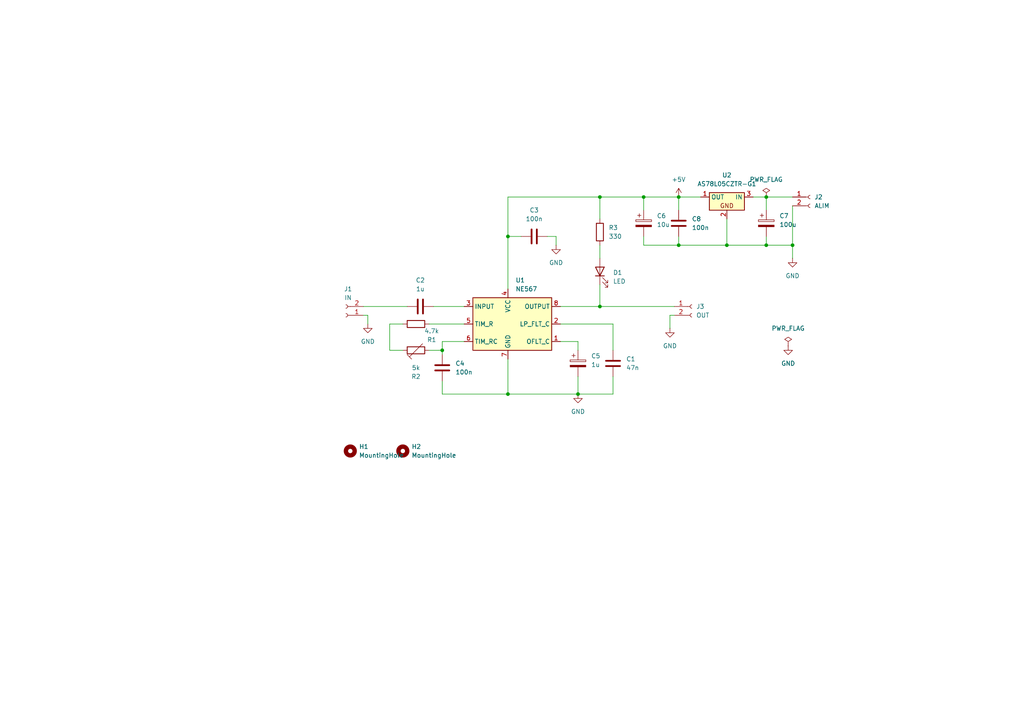
<source format=kicad_sch>
(kicad_sch (version 20231120) (generator "eeschema") (generator_version "8.0")
  (paper "A4")
  (lib_symbols
    (symbol "Connector:Conn_01x02_Socket" (pin_names (offset 1.016) hide)
      (property "Reference" "J" (at 0 2.54 0))
      (property "Value" "Conn_01x02_Socket" (at 0 -5.08 0))
      (symbol "Conn_01x02_Socket_1_1"
        (arc (start 0 -2.032) (mid -0.5058 -2.54) (end 0 -3.048) (stroke (width 0.1524)))
        (polyline (pts (xy -1.27 -2.54) (xy -0.508 -2.54)) (stroke (width 0.1524)))
        (polyline (pts (xy -1.27 0) (xy -0.508 0)) (stroke (width 0.1524)))
        (arc (start 0 0.508) (mid -0.5058 0) (end 0 -0.508) (stroke (width 0.1524)))
        (pin passive line (at -5.08 0 0) (length 3.81) (name "Pin_1") (number "1"))
        (pin passive line (at -5.08 -2.54 0) (length 3.81) (name "Pin_2") (number "2"))
      )
    )
    (symbol "Device:C" (pin_numbers hide) (pin_names (offset 0.254))
      (property "Reference" "C" (at 0.635 2.54 0))
      (property "Value" "C" (at 0.635 -2.54 0))
      (symbol "C_0_1"
        (polyline (pts (xy -2.032 -0.762) (xy 2.032 -0.762)) (stroke (width 0.508)))
        (polyline (pts (xy -2.032 0.762) (xy 2.032 0.762)) (stroke (width 0.508)))
      )
      (symbol "C_1_1"
        (pin passive line (at 0 3.81 270) (length 2.794) (name "~") (number "1"))
        (pin passive line (at 0 -3.81 90) (length 2.794) (name "~") (number "2"))
      )
    )
    (symbol "Device:C_Polarized" (pin_numbers hide) (pin_names (offset 0.254))
      (property "Reference" "C" (at 0.635 2.54 0))
      (property "Value" "C_Polarized" (at 0.635 -2.54 0))
      (symbol "C_Polarized_0_1"
        (rectangle (start -2.286 0.508) (end 2.286 1.016))
        (polyline (pts (xy -1.778 2.286) (xy -0.762 2.286)))
        (polyline (pts (xy -1.27 2.794) (xy -1.27 1.778)))
        (rectangle (start 2.286 -0.508) (end -2.286 -1.016) (fill (type outline)))
      )
      (symbol "C_Polarized_1_1"
        (pin passive line (at 0 3.81 270) (length 2.794) (name "~") (number "1"))
        (pin passive line (at 0 -3.81 90) (length 2.794) (name "~") (number "2"))
      )
    )
    (symbol "Device:LED" (pin_numbers hide) (pin_names (offset 1.016) hide)
      (property "Reference" "D" (at 0 2.54 0))
      (property "Value" "LED" (at 0 -2.54 0))
      (symbol "LED_0_1"
        (polyline (pts (xy -1.27 -1.27) (xy -1.27 1.27)) (stroke (width 0.254)))
        (polyline (pts (xy -1.27 0) (xy 1.27 0)))
        (polyline (pts (xy 1.27 -1.27) (xy 1.27 1.27) (xy -1.27 0) (xy 1.27 -1.27)) (stroke (width 0.254)))
        (polyline (pts (xy -3.048 -0.762) (xy -4.572 -2.286) (xy -3.81 -2.286) (xy -4.572 -2.286) (xy -4.572 -1.524)))
        (polyline (pts (xy -1.778 -0.762) (xy -3.302 -2.286) (xy -2.54 -2.286) (xy -3.302 -2.286) (xy -3.302 -1.524)))
      )
      (symbol "LED_1_1"
        (pin passive line (at -3.81 0 0) (length 2.54) (name "K") (number "1"))
        (pin passive line (at 3.81 0 180) (length 2.54) (name "A") (number "2"))
      )
    )
    (symbol "Device:R" (pin_numbers hide) (pin_names (offset 0))
      (property "Reference" "R" (at 2.032 0 90))
      (property "Value" "R" (at 0 0 90))
      (symbol "R_0_1"
        (rectangle (start -1.016 -2.54) (end 1.016 2.54) (stroke (width 0.254)))
      )
      (symbol "R_1_1"
        (pin passive line (at 0 3.81 270) (length 1.27) (name "~") (number "1"))
        (pin passive line (at 0 -3.81 90) (length 1.27) (name "~") (number "2"))
      )
    )
    (symbol "Device:R_Trim" (pin_numbers hide) (pin_names (offset 0))
      (property "Reference" "R" (at 2.54 -2.54 90))
      (property "Value" "R_Trim" (at -2.54 -0.635 90))
      (symbol "R_Trim_0_1"
        (rectangle (start -1.016 -2.54) (end 1.016 2.54) (stroke (width 0.254)))
        (polyline (pts (xy -1.905 -1.905) (xy 1.905 1.905) (xy 2.54 1.27) (xy 1.27 2.54)))
      )
      (symbol "R_Trim_1_1"
        (pin passive line (at 0 3.81 270) (length 1.27) (name "~") (number "1"))
        (pin passive line (at 0 -3.81 90) (length 1.27) (name "~") (number "2"))
      )
    )
    (symbol "Mechanical:MountingHole" (pin_names (offset 1.016)) (exclude_from_sim yes) (in_bom no)
      (property "Reference" "H" (at 0 5.08 0))
      (property "Value" "MountingHole" (at 0 3.175 0))
      (symbol "MountingHole_0_1"
        (circle (center 0 0) (radius 1.27) (stroke (width 1.27)))
      )
    )
    (symbol "PCM_Voltage_Regulator_AKL:AS78L05CZTR-G1"
      (property "Reference" "U" (at 0 6.35 0))
      (property "Value" "AS78L05CZTR-G1" (at 0 3.81 0))
      (symbol "AS78L05CZTR-G1_0_0"
        (rectangle (start -5.08 1.27) (end 5.08 -3.81) (stroke (width 0.254)) (fill (type background)))
        (text "GND" (at 0 -2.54 0) (effects (font (size 1.27 1.27))))
      )
      (symbol "AS78L05CZTR-G1_1_1"
        (pin power_out line (at 7.62 0 180) (length 2.54) (name "OUT") (number "1"))
        (pin power_in line (at 0 -6.35 90) (length 2.54) (name "~") (number "2"))
        (pin power_in line (at -7.62 0 0) (length 2.54) (name "IN") (number "3"))
      )
    )
    (symbol "Timer:NE567"
      (property "Reference" "U" (at -2.54 10.795 0))
      (property "Value" "NE567" (at -2.54 8.89 0))
      (symbol "NE567_0_1"
        (rectangle (start -10.16 7.62) (end 12.7 -7.62) (stroke (width 0.254)) (fill (type background)))
      )
      (symbol "NE567_1_1"
        (pin output line (at 15.24 -5.08 180) (length 2.54) (name "OFLT_C") (number "1"))
        (pin output line (at 15.24 0 180) (length 2.54) (name "LP_FLT_C") (number "2"))
        (pin input line (at -12.7 5.08 0) (length 2.54) (name "INPUT") (number "3"))
        (pin power_in line (at 0 10.16 270) (length 2.54) (name "VCC") (number "4"))
        (pin input line (at -12.7 0 0) (length 2.54) (name "TIM_R") (number "5"))
        (pin input line (at -12.7 -5.08 0) (length 2.54) (name "TIM_RC") (number "6"))
        (pin power_in line (at 0 -10.16 90) (length 2.54) (name "GND") (number "7"))
        (pin output line (at 15.24 5.08 180) (length 2.54) (name "OUTPUT") (number "8"))
      )
    )
    (symbol "power:+5V" (power) (pin_numbers hide) (pin_names (offset 0) hide)
      (property "Value" "+5V" (at 0 3.556 0))
      (symbol "+5V_0_1"
        (polyline (pts (xy -0.762 1.27) (xy 0 2.54)))
        (polyline (pts (xy 0 0) (xy 0 2.54)))
        (polyline (pts (xy 0 2.54) (xy 0.762 1.27)))
      )
      (symbol "+5V_1_1"
        (pin power_in line (at 0 0 90) (length 0) (name "~") (number "1"))
      )
    )
    (symbol "power:GND" (power) (pin_numbers hide) (pin_names (offset 0) hide)
      (property "Value" "GND" (at 0 -3.81 0))
      (symbol "GND_0_1"
        (polyline (pts (xy 0 0) (xy 0 -1.27) (xy 1.27 -1.27) (xy 0 -2.54) (xy -1.27 -1.27) (xy 0 -1.27)))
      )
      (symbol "GND_1_1"
        (pin power_in line (at 0 0 270) (length 0) (name "~") (number "1"))
      )
    )
    (symbol "power:PWR_FLAG" (power) (pin_numbers hide) (pin_names (offset 0) hide)
      (property "Value" "PWR_FLAG" (at 0 3.81 0))
      (symbol "PWR_FLAG_0_0"
        (pin power_out line (at 0 0 90) (length 0) (name "~") (number "1"))
      )
      (symbol "PWR_FLAG_0_1"
        (polyline (pts (xy 0 0) (xy 0 1.27) (xy -1.016 1.905) (xy 0 2.54) (xy 1.016 1.905) (xy 0 1.27)))
      )
    )
  )
  (junction (at 210.82 71.12))
  (junction (at 222.25 57.15))
  (junction (at 229.87 71.12))
  (junction (at 186.69 57.15))
  (junction (at 173.99 57.15))
  (junction (at 128.27 101.6))
  (junction (at 147.32 68.58))
  (junction (at 196.85 71.12))
  (junction (at 196.85 57.15))
  (junction (at 167.64 114.3))
  (junction (at 173.99 88.9))
  (junction (at 147.32 114.3))
  (junction (at 222.25 71.12))
  (wire (pts (xy 186.69 68.58) (xy 186.69 71.12)))
  (wire (pts (xy 218.44 57.15) (xy 222.25 57.15)))
  (wire (pts (xy 162.56 88.9) (xy 173.99 88.9)))
  (wire (pts (xy 147.32 68.58) (xy 147.32 57.15)))
  (wire (pts (xy 210.82 63.5) (xy 210.82 71.12)))
  (wire (pts (xy 128.27 99.06) (xy 128.27 101.6)))
  (wire (pts (xy 229.87 74.93) (xy 229.87 71.12)))
  (wire (pts (xy 173.99 88.9) (xy 195.58 88.9)))
  (wire (pts (xy 186.69 60.96) (xy 186.69 57.15)))
  (wire (pts (xy 147.32 83.82) (xy 147.32 68.58)))
  (wire (pts (xy 113.03 93.98) (xy 113.03 101.6)))
  (wire (pts (xy 210.82 71.12) (xy 222.25 71.12)))
  (wire (pts (xy 147.32 57.15) (xy 173.99 57.15)))
  (wire (pts (xy 222.25 71.12) (xy 229.87 71.12)))
  (wire (pts (xy 229.87 71.12) (xy 229.87 59.69)))
  (wire (pts (xy 124.46 93.98) (xy 134.62 93.98)))
  (wire (pts (xy 222.25 60.96) (xy 222.25 57.15)))
  (wire (pts (xy 113.03 101.6) (xy 116.84 101.6)))
  (wire (pts (xy 124.46 101.6) (xy 128.27 101.6)))
  (wire (pts (xy 177.8 114.3) (xy 167.64 114.3)))
  (wire (pts (xy 203.2 57.15) (xy 196.85 57.15)))
  (wire (pts (xy 161.29 68.58) (xy 161.29 71.12)))
  (wire (pts (xy 147.32 68.58) (xy 151.13 68.58)))
  (wire (pts (xy 128.27 101.6) (xy 128.27 102.87)))
  (wire (pts (xy 186.69 57.15) (xy 196.85 57.15)))
  (wire (pts (xy 106.68 91.44) (xy 105.41 91.44)))
  (wire (pts (xy 147.32 114.3) (xy 167.64 114.3)))
  (wire (pts (xy 128.27 114.3) (xy 128.27 110.49)))
  (wire (pts (xy 196.85 71.12) (xy 210.82 71.12)))
  (wire (pts (xy 116.84 93.98) (xy 113.03 93.98)))
  (wire (pts (xy 186.69 71.12) (xy 196.85 71.12)))
  (wire (pts (xy 134.62 99.06) (xy 128.27 99.06)))
  (wire (pts (xy 173.99 63.5) (xy 173.99 57.15)))
  (wire (pts (xy 194.31 95.25) (xy 194.31 91.44)))
  (wire (pts (xy 147.32 104.14) (xy 147.32 114.3)))
  (wire (pts (xy 167.64 114.3) (xy 167.64 109.22)))
  (wire (pts (xy 196.85 68.58) (xy 196.85 71.12)))
  (wire (pts (xy 177.8 93.98) (xy 162.56 93.98)))
  (wire (pts (xy 106.68 93.98) (xy 106.68 91.44)))
  (wire (pts (xy 222.25 57.15) (xy 229.87 57.15)))
  (wire (pts (xy 167.64 101.6) (xy 167.64 99.06)))
  (wire (pts (xy 173.99 88.9) (xy 173.99 82.55)))
  (wire (pts (xy 158.75 68.58) (xy 161.29 68.58)))
  (wire (pts (xy 222.25 68.58) (xy 222.25 71.12)))
  (wire (pts (xy 173.99 71.12) (xy 173.99 74.93)))
  (wire (pts (xy 167.64 99.06) (xy 162.56 99.06)))
  (wire (pts (xy 128.27 114.3) (xy 147.32 114.3)))
  (wire (pts (xy 177.8 109.22) (xy 177.8 114.3)))
  (wire (pts (xy 194.31 91.44) (xy 195.58 91.44)))
  (wire (pts (xy 125.73 88.9) (xy 134.62 88.9)))
  (wire (pts (xy 105.41 88.9) (xy 118.11 88.9)))
  (wire (pts (xy 177.8 101.6) (xy 177.8 93.98)))
  (wire (pts (xy 196.85 60.96) (xy 196.85 57.15)))
  (wire (pts (xy 173.99 57.15) (xy 186.69 57.15)))
  (symbol (lib_id "Connector:Conn_01x02_Socket") (at 200.66 88.9 0) (unit 1)
    (property "Reference" "J3" (at 201.93 88.8999 0) (effects (justify left)))
    (property "Value" "OUT" (at 201.93 91.4399 0) (effects (justify left)))
    (property "Footprint" "Connector_PinHeader_2.54mm:PinHeader_1x02_P2.54mm_Vertical" (effects (hide yes)))
    (property "Description" "Generic connector, single row, 01x02, script generated" (effects (hide yes)))
  )
  (symbol (lib_id "power:GND") (at 229.87 74.93 0) (unit 1)
    (property "Reference" "#PWR06" (effects (hide yes)))
    (property "Value" "GND" (at 229.87 80.01 0))
    (property "Description" "Power symbol creates a global label with name \"GND\" , ground" (effects (hide yes)))
  )
  (symbol (lib_id "power:PWR_FLAG") (at 222.25 57.15 0) (unit 1)
    (property "Reference" "#FLG01" (effects (hide yes)))
    (property "Value" "PWR_FLAG" (at 222.25 52.07 0))
    (property "Description" "Special symbol for telling ERC where power comes from" (effects (hide yes)))
  )
  (symbol (lib_id "Connector:Conn_01x02_Socket") (at 234.95 57.15 0) (unit 1)
    (property "Reference" "J2" (at 236.22 57.1499 0) (effects (justify left)))
    (property "Value" "ALIM" (at 236.22 59.6899 0) (effects (justify left)))
    (property "Footprint" "Connector_PinHeader_2.54mm:PinHeader_1x02_P2.54mm_Vertical" (effects (hide yes)))
    (property "Description" "Generic connector, single row, 01x02, script generated" (effects (hide yes)))
  )
  (symbol (lib_id "Device:C_Polarized") (at 186.69 64.77 0) (unit 1)
    (property "Reference" "C6" (at 190.5 62.6109 0) (effects (justify left)))
    (property "Value" "10u" (at 190.5 65.1509 0) (effects (justify left)))
    (property "Footprint" "Capacitor_THT:CP_Radial_D8.0mm_P3.50mm" (effects (hide yes)))
    (property "Description" "Polarized capacitor" (effects (hide yes)))
  )
  (symbol (lib_id "power:GND") (at 194.31 95.25 0) (unit 1)
    (property "Reference" "#PWR07" (effects (hide yes)))
    (property "Value" "GND" (at 194.31 100.33 0))
    (property "Description" "Power symbol creates a global label with name \"GND\" , ground" (effects (hide yes)))
  )
  (symbol (lib_id "Connector:Conn_01x02_Socket") (at 100.33 91.44 180) (unit 1)
    (property "Reference" "J1" (at 100.965 83.82 0))
    (property "Value" "IN" (at 100.965 86.36 0))
    (property "Footprint" "Connector_PinHeader_2.54mm:PinHeader_1x02_P2.54mm_Vertical" (effects (hide yes)))
    (property "Description" "Generic connector, single row, 01x02, script generated" (effects (hide yes)))
  )
  (symbol (lib_id "power:GND") (at 161.29 71.12 0) (unit 1)
    (property "Reference" "#PWR02" (effects (hide yes)))
    (property "Value" "GND" (at 161.29 76.2 0))
    (property "Description" "Power symbol creates a global label with name \"GND\" , ground" (effects (hide yes)))
  )
  (symbol (lib_id "power:GND") (at 106.68 93.98 0) (unit 1)
    (property "Reference" "#PWR05" (effects (hide yes)))
    (property "Value" "GND" (at 106.68 99.06 0))
    (property "Description" "Power symbol creates a global label with name \"GND\" , ground" (effects (hide yes)))
  )
  (symbol (lib_id "power:+5V") (at 196.85 57.15 0) (unit 1)
    (property "Reference" "#PWR01" (effects (hide yes)))
    (property "Value" "+5V" (at 196.85 52.07 0))
    (property "Description" "Power symbol creates a global label with name \"+5V\"" (effects (hide yes)))
  )
  (symbol (lib_id "Timer:NE567") (at 147.32 93.98 0) (unit 1)
    (property "Reference" "U1" (at 149.5141 81.28 0) (effects (justify left)))
    (property "Value" "NE567" (at 149.5141 83.82 0) (effects (justify left)))
    (property "Footprint" "PCM_Package_DIP_AKL:DIP-8_W7.62mm_Socket_LongPads" (effects (hide yes)))
    (property "Datasheet" "http://www.ti.com/lit/ds/symlink/lm567.pdf" (effects (hide yes)))
    (property "Description" "Tone Decoder/Phase-Locked Loop, DIP-8/SOIC-8" (effects (hide yes)))
  )
  (symbol (lib_id "Device:R") (at 173.99 67.31 0) (unit 1)
    (property "Reference" "R3" (at 176.53 66.0399 0) (effects (justify left)))
    (property "Value" "330" (at 176.53 68.5799 0) (effects (justify left)))
    (property "Footprint" "PCM_Resistor_THT_US_AKL:R_Axial_DIN0207_L6.3mm_D2.5mm_P10.16mm_Horizontal" (effects (hide yes)))
    (property "Description" "Resistor" (effects (hide yes)))
  )
  (symbol (lib_id "Mechanical:MountingHole") (at 116.84 130.81 0) (unit 1) (exclude_from_sim yes) (in_bom no)
    (property "Reference" "H2" (at 119.38 129.5399 0) (effects (justify left)))
    (property "Value" "MountingHole" (at 119.38 132.0799 0) (effects (justify left)))
    (property "Footprint" "MountingHole:MountingHole_2.2mm_M2_Pad" (effects (hide yes)))
    (property "Description" "Mounting Hole without connection" (effects (hide yes)))
  )
  (symbol (lib_id "Device:C_Polarized") (at 222.25 64.77 0) (unit 1)
    (property "Reference" "C7" (at 226.06 62.6109 0) (effects (justify left)))
    (property "Value" "100u" (at 226.06 65.1509 0) (effects (justify left)))
    (property "Footprint" "Capacitor_THT:CP_Radial_D8.0mm_P3.50mm" (effects (hide yes)))
    (property "Description" "Polarized capacitor" (effects (hide yes)))
  )
  (symbol (lib_id "Device:C") (at 196.85 64.77 0) (unit 1)
    (property "Reference" "C8" (at 200.66 63.4999 0) (effects (justify left)))
    (property "Value" "100n" (at 200.66 66.0399 0) (effects (justify left)))
    (property "Footprint" "Capacitor_THT:C_Disc_D4.3mm_W1.9mm_P5.00mm" (effects (hide yes)))
    (property "Description" "Unpolarized capacitor" (effects (hide yes)))
  )
  (symbol (lib_id "Device:C_Polarized") (at 167.64 105.41 0) (unit 1)
    (property "Reference" "C5" (at 171.45 103.2509 0) (effects (justify left)))
    (property "Value" "1u" (at 171.45 105.7909 0) (effects (justify left)))
    (property "Footprint" "Capacitor_THT:CP_Radial_D8.0mm_P3.50mm" (effects (hide yes)))
    (property "Description" "Polarized capacitor" (effects (hide yes)))
  )
  (symbol (lib_id "Device:R") (at 120.65 93.98 90) (mirror x) (unit 1)
    (property "Reference" "R1" (at 125.222 98.552 90))
    (property "Value" "4.7k" (at 125.222 96.012 90))
    (property "Footprint" "PCM_Resistor_THT_US_AKL:R_Axial_DIN0207_L6.3mm_D2.5mm_P10.16mm_Horizontal" (effects (hide yes)))
    (property "Description" "Resistor" (effects (hide yes)))
  )
  (symbol (lib_id "Device:C") (at 154.94 68.58 90) (unit 1)
    (property "Reference" "C3" (at 154.94 60.96 90))
    (property "Value" "100n" (at 154.94 63.5 90))
    (property "Footprint" "Capacitor_THT:C_Disc_D4.3mm_W1.9mm_P5.00mm" (effects (hide yes)))
    (property "Description" "Unpolarized capacitor" (effects (hide yes)))
  )
  (symbol (lib_id "power:PWR_FLAG") (at 228.6 100.33 0) (unit 1)
    (property "Reference" "#FLG02" (effects (hide yes)))
    (property "Value" "PWR_FLAG" (at 228.6 95.25 0))
    (property "Description" "Special symbol for telling ERC where power comes from" (effects (hide yes)))
  )
  (symbol (lib_id "Mechanical:MountingHole") (at 101.6 130.81 0) (unit 1) (exclude_from_sim yes) (in_bom no)
    (property "Reference" "H1" (at 104.14 129.5399 0) (effects (justify left)))
    (property "Value" "MountingHole" (at 104.14 132.0799 0) (effects (justify left)))
    (property "Footprint" "MountingHole:MountingHole_2.2mm_M2_Pad" (effects (hide yes)))
    (property "Description" "Mounting Hole without connection" (effects (hide yes)))
  )
  (symbol (lib_id "Device:LED") (at 173.99 78.74 90) (unit 1)
    (property "Reference" "D1" (at 177.8 79.0574 90) (effects (justify right)))
    (property "Value" "LED" (at 177.8 81.5974 90) (effects (justify right)))
    (property "Footprint" "LED_THT:LED_D5.0mm_Clear" (effects (hide yes)))
    (property "Description" "Light emitting diode" (effects (hide yes)))
  )
  (symbol (lib_id "Device:C") (at 121.92 88.9 90) (unit 1)
    (property "Reference" "C2" (at 121.92 81.28 90))
    (property "Value" "1u" (at 121.92 83.82 90))
    (property "Footprint" "Capacitor_THT:C_Disc_D4.3mm_W1.9mm_P5.00mm" (effects (hide yes)))
    (property "Description" "Unpolarized capacitor" (effects (hide yes)))
  )
  (symbol (lib_id "Device:C") (at 177.8 105.41 0) (unit 1)
    (property "Reference" "C1" (at 181.61 104.1399 0) (effects (justify left)))
    (property "Value" "47n" (at 181.61 106.6799 0) (effects (justify left)))
    (property "Footprint" "Capacitor_THT:C_Disc_D4.3mm_W1.9mm_P5.00mm" (effects (hide yes)))
    (property "Description" "Unpolarized capacitor" (effects (hide yes)))
  )
  (symbol (lib_id "power:GND") (at 167.64 114.3 0) (unit 1)
    (property "Reference" "#PWR03" (effects (hide yes)))
    (property "Value" "GND" (at 167.64 119.38 0))
    (property "Description" "Power symbol creates a global label with name \"GND\" , ground" (effects (hide yes)))
  )
  (symbol (lib_id "Device:R_Trim") (at 120.65 101.6 90) (mirror x) (unit 1)
    (property "Reference" "R2" (at 120.65 109.22 90))
    (property "Value" "5k" (at 120.65 106.68 90))
    (property "Footprint" "Potentiometer_THT:Potentiometer_Runtron_RM-063_Horizontal" (effects (hide yes)))
    (property "Description" "Trimmable resistor (preset resistor)" (effects (hide yes)))
  )
  (symbol (lib_id "PCM_Voltage_Regulator_AKL:AS78L05CZTR-G1") (at 210.82 57.15 0) (mirror y) (unit 1)
    (property "Reference" "U2" (at 210.82 50.8 0))
    (property "Value" "AS78L05CZTR-G1" (at 210.82 53.34 0))
    (property "Footprint" "PCM_Package_TO_SOT_THT_AKL:TO-92_Inline_Wide" (effects (hide yes)))
    (property "Datasheet" "https://www.tme.eu/Document/c17bcea609968cedf2779e9b35f074a5/AS78Lxx.pdf" (effects (hide yes)))
    (property "Description" "TO-92 5V 100mA 3-terminal voltage regulator, Alternate KiCad Library" (effects (hide yes)))
  )
  (symbol (lib_id "power:GND") (at 228.6 100.33 0) (unit 1)
    (property "Reference" "#PWR08" (effects (hide yes)))
    (property "Value" "GND" (at 228.6 105.41 0))
    (property "Description" "Power symbol creates a global label with name \"GND\" , ground" (effects (hide yes)))
  )
  (symbol (lib_id "Device:C") (at 128.27 106.68 180) (unit 1)
    (property "Reference" "C4" (at 132.08 105.4099 0) (effects (justify right)))
    (property "Value" "100n" (at 132.08 107.9499 0) (effects (justify right)))
    (property "Footprint" "Capacitor_THT:C_Disc_D4.3mm_W1.9mm_P5.00mm" (effects (hide yes)))
    (property "Description" "Unpolarized capacitor" (effects (hide yes)))
  )
)
</source>
